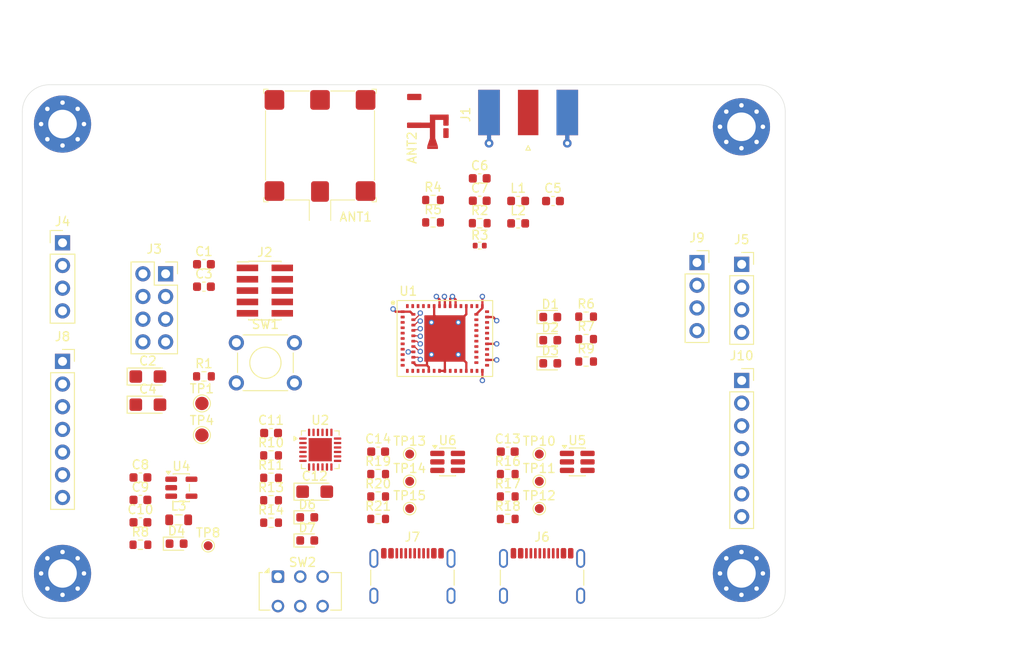
<source format=kicad_pcb>
(kicad_pcb (version 20241229) (generator "pcbnew") (generator_version "9.0")
  (layers (0 "F.Cu" signal) (4 "In1.Cu" power "In1.Cu (GND)") (6 "In2.Cu" power "In2.Cu (PWR)") (2 "B.Cu" signal) (13 "F.Paste" user) (15 "B.Paste" user) (5 "F.SilkS" user "F.Silkscreen") (7 "B.SilkS" user "B.Silkscreen") (1 "F.Mask" user) (3 "B.Mask" user) (25 "Edge.Cuts" user))
  (net 0 "")
  (net 2 "/CPU/ANT1")
  (net 3 "+3V3")
  (net 5 "SOC_VBUS")
  (net 6 "Net-(U1-ANT1)")
  (net 7 "/CPU/SWCLK")
  (net 8 "/CPU/SWDIO")
  (net 13 "Net-(D6-K)")
  (net 14 "Net-(J3-Pin_5)")
  (net 15 "Net-(J3-Pin_6)")
  (net 16 "Net-(J3-Pin_1)")
  (net 17 "Net-(J3-Pin_3)")
  (net 18 "Net-(J3-Pin_4)")
  (net 19 "Net-(J3-Pin_8)")
  (net 20 "+5V")
  (net 22 "Net-(J3-Pin_2)")
  (net 24 "Net-(J3-Pin_7)")
  (net 25 "/CPU/UART_RX")
  (net 26 "/CPU/SPIM_CS")
  (net 27 "/CPU/SPIM_MISO")
  (net 28 "/CPU/SPIM_CLK")
  (net 29 "Net-(J6-SHIELD)")
  (net 30 "/CPU/SPIS_MOSI")
  (net 31 "/CPU/I2C2_SCL")
  (net 34 "/CPU/I2C1_SDA")
  (net 35 "Net-(J7-SHIELD)")
  (net 37 "/CPU/SPIS_CLK")
  (net 38 "Net-(D1-K)")
  (net 39 "Net-(D2-K)")
  (net 40 "/CPU/I2C1_SCL")
  (net 42 "/CPU/SPIM_MOSI")
  (net 43 "/CPU/SPIS_MISO")
  (net 44 "/CPU/I2C2_SDA")
  (net 45 "Net-(D3-K)")
  (net 46 "/CPU/SPIS_CS")
  (net 47 "/CPU/UART_TX")
  (net 59 "Net-(D4-K)")
  (net 65 "Net-(ANT1-Pad1)")
  (net 67 "GND")
  (net 68 "Net-(ANT2-Pad1)")
  (net 69 "Net-(ANT2-FTE)")
  (net 70 "Net-(J1-In)")
  (net 71 "Net-(J6-CC1)")
  (net 72 "Net-(J6-CC2)")
  (net 73 "Net-(J6-D+-PadA6)")
  (net 74 "Net-(J6-D--PadA7)")
  (net 75 "Net-(J7-D+-PadA6)")
  (net 76 "Net-(J7-CC2)")
  (net 77 "Net-(J7-D--PadA7)")
  (net 78 "Net-(J7-CC1)")
  (net 79 "/CPU/SPIS_RESET")
  (net 80 "/CPU/SPIM_RESET")
  (net 81 "Net-(U4-Lx)")
  (net 82 "/CPU/LED3")
  (net 83 "/CPU/LED1")
  (net 84 "/CPU/LED2")
  (net 85 "/USB2UART_D-")
  (net 86 "/USB2UART_D+")
  (net 87 "/SOC_D-")
  (net 88 "/SOC_D+")
  (net 89 "Net-(D7-K)")
  (net 90 "/nRST")
  (net 91 "/USB-C_Connector_1/VBUS")
  (net 92 "/USB-C_Connector_2/VBUS")
  (net 93 "Net-(U2-VBUS)")
  (net 94 "Net-(U2-RXT{slash}GPIO.1)")
  (net 95 "Net-(U2-TXT{slash}GPIO.0)")
  (footprint "Resistor_SMD:R_0603_1608Metric" (layer "F.Cu") (at 145.745 100)
    (property "Reference" "R11")
    (property "Value" "47k")
  )
  (footprint "Connector_PinSocket_2.54mm:PinSocket_1x04_P2.54mm_Vertical" (layer "F.Cu") (at 193.425 75.9)
    (property "Reference" "J9")
    (property "Value" "Conn_I2C1")
  )
  (footprint "TestPoint:TestPoint_Pad_D1.5mm" (layer "F.Cu") (at 138 91.67)
    (property "Reference" "TP1")
    (property "Value" "TestPoint_Small")
  )
  (footprint "MountingHole:MountingHole_3.2mm_M3_Pad_Via" (layer "F.Cu") (at 198.4 110.7)
    (property "Reference" "H4" (hide yes))
    (property "Value" "MountingHole_Pad")
  )
  (footprint "Capacitor_SMD:C_0603_1608Metric" (layer "F.Cu") (at 131.12 102.47)
    (property "Reference" "C9")
    (property "Value" "10u")
  )
  (footprint "LED_SMD:LED_0603_1608Metric" (layer "F.Cu") (at 149.795 107.01)
    (property "Reference" "D7")
    (property "Value" "R")
  )
  (footprint "Connector_PinHeader_1.27mm:PinHeader_2x05_P1.27mm_Vertical_SMD" (layer "F.Cu") (at 145.05 79.04)
    (property "Reference" "J2")
    (property "Value" "Conn_SWD")
  )
  (footprint "LED_SMD:LED_0603_1608Metric" (layer "F.Cu") (at 177 84.59)
    (property "Reference" "D2")
    (property "Value" "R")
  )
  (footprint "TestPoint:TestPoint_Pad_D1.0mm" (layer "F.Cu") (at 161.26 100.39)
    (property "Reference" "TP14")
    (property "Value" "TestPoint_Small")
  )
  (footprint "Package_TO_SOT_SMD:SC-74-6_1.55x2.9mm_P0.95mm" (layer "F.Cu") (at 165.51 98.215)
    (property "Reference" "U6")
    (property "Value" "IP4234CZ6")
  )
  (footprint "MountingHole:MountingHole_3.2mm_M3_Pad_Via" (layer "F.Cu") (at 198.4 60.7)
    (property "Reference" "H3" (hide yes))
    (property "Value" "MountingHole_Pad")
  )
  (footprint "Button_Switch_THT:SW_CK_JS202011CQN_DPDT_Straight" (layer "F.Cu") (at 146.515 111.0575)
    (property "Reference" "SW2")
    (property "Value" "SW_Slide_DPDT")
  )
  (footprint "Resistor_SMD:R_0603_1608Metric" (layer "F.Cu") (at 181.01 86.98)
    (property "Reference" "R9")
    (property "Value" "3k3")
  )
  (footprint "TestPoint:TestPoint_Pad_D1.0mm" (layer "F.Cu") (at 175.77 97.34)
    (property "Reference" "TP10")
    (property "Value" "TestPoint_Small")
  )
  (footprint "Resistor_SMD:R_0603_1608Metric" (layer "F.Cu") (at 145.745 102.51)
    (property "Reference" "R13")
    (property "Value" "2k1")
  )
  (footprint "Inductor_SMD:L_0603_1608Metric" (layer "F.Cu") (at 173.402877 69.003575)
    (property "Reference" "L1")
    (property "Value" "L")
  )
  (footprint "Resistor_SMD:R_0603_1608Metric" (layer "F.Cu") (at 172.24 99.58)
    (property "Reference" "R16")
    (property "Value" "10k")
  )
  (footprint "Capacitor_SMD:C_0603_1608Metric" (layer "F.Cu") (at 177.302877 69.013575)
    (property "Reference" "C5")
    (property "Value" "0R")
  )
  (footprint "LED_SMD:LED_0603_1608Metric" (layer "F.Cu") (at 177 87.18)
    (property "Reference" "D3")
    (property "Value" "G")
  )
  (footprint "MountingHole:MountingHole_3.2mm_M3_Pad_Via" (layer "F.Cu") (at 122.4 110.7)
    (property "Reference" "H2" (hide yes))
    (property "Value" "MountingHole_Pad")
  )
  (footprint "Capacitor_SMD:C_0603_1608Metric" (layer "F.Cu") (at 172.24 97.07)
    (property "Reference" "C13")
    (property "Value" "100n")
  )
  (footprint "TestPoint:TestPoint_Pad_D1.0mm" (layer "F.Cu") (at 161.26 97.34)
    (property "Reference" "TP13")
    (property "Value" "TestPoint_Small")
  )
  (footprint "Package_DFN_QFN:QFN-24-1EP_4x4mm_P0.5mm_EP2.6x2.6mm" (layer "F.Cu") (at 151.25 96.85)
    (property "Reference" "U2")
    (property "Value" "CP2104")
  )
  (footprint "LED_SMD:LED_0603_1608Metric" (layer "F.Cu") (at 177 82)
    (property "Reference" "D1")
    (property "Value" "R")
  )
  (footprint "Capacitor_SMD:C_0603_1608Metric" (layer "F.Cu") (at 138.23 76.09)
    (property "Reference" "C1")
    (property "Value" "100n")
  )
  (footprint "TestPoint:TestPoint_Pad_D1.0mm" (layer "F.Cu") (at 161.26 103.44)
    (property "Reference" "TP15")
    (property "Value" "TestPoint_Small")
  )
  (footprint "Capacitor_SMD:C_0603_1608Metric" (layer "F.Cu") (at 169.102877 68.983575)
    (property "Reference" "C7")
    (property "Value" "C")
  )
  (footprint "Capacitor_SMD:C_0603_1608Metric" (layer "F.Cu") (at 131.12 99.96)
    (property "Reference" "C8")
    (property "Value" "100n")
  )
  (footprint "TestPoint:TestPoint_Pad_D1.5mm" (layer "F.Cu") (at 138 95.22)
    (property "Reference" "TP4")
    (property "Value" "TestPoint_Small")
  )
  (footprint "Connector_USB:USB_C_Receptacle_GCT_USB4105-xx-A_16P_TopMnt_Horizontal" (layer "F.Cu") (at 161.57 112.125)
    (property "Reference" "J7")
    (property "Value" "USB_C_Receptacle_USB2.0_14P")
  )
  (footprint "Resistor_SMD:R_0603_1608Metric" (layer "F.Cu") (at 163.877877 68.893575)
    (property "Reference" "R4")
    (property "Value" "0R")
  )
  (footprint "Capacitor_Tantalum_SMD:CP_EIA-3216-18_Kemet-A" (layer "F.Cu") (at 150.63 101.55)
    (property "Reference" "C12")
    (property "Value" "1u")
  )
  (footprint "Capacitor_SMD:C_0603_1608Metric" (layer "F.Cu") (at 157.73 97.07)
    (property "Reference" "C14")
    (property "Value" "100n")
  )
  (footprint "Connector_PinSocket_2.54mm:PinSocket_2x04_P2.54mm_Vertical" (layer "F.Cu") (at 133.94 77.16)
    (property "Reference" "J3")
    (property "Value" "Conn_GPIO")
  )
  (footprint "Resistor_SMD:R_0603_1608Metric" (layer "F.Cu") (at 163.877877 71.403575)
    (property "Reference" "R5")
    (property "Value" "0R")
  )
  (footprint "Connector_Coaxial:SMA_Molex_73251-1153_EdgeMount_Horizontal" (layer "F.Cu") (at 174.522877 60.823575 -90)
    (property "Reference" "J1")
    (property "Value" "Conn_Coaxial")
  )
  (footprint "Resistor_SMD:R_0603_1608Metric" (layer "F.Cu") (at 169.102877 71.493575)
    (property "Reference" "R2")
    (property "Value" "0R")
  )
  (footprint "Resistor_SMD:R_0603_1608Metric" (layer "F.Cu") (at 157.73 104.6)
    (property "Reference" "R21")
    (property "Value" "5k1")
  )
  (footprint "Resistor_SMD:R_0603_1608Metric" (layer "F.Cu") (at 145.745 105.02)
    (property "Reference" "R14")
    (property "Value" "3k3")
  )
  (footprint "Connector_PinHeader_2.54mm:PinHeader_1x04_P2.54mm_Vertical" (layer "F.Cu") (at 122.4 73.69)
    (property "Reference" "J4")
    (property "Value" "Conn_01x04")
  )
  (footprint "Resistor_SMD:R_0603_1608Metric" (layer "F.Cu") (at 181.01 81.96)
    (property "Reference" "R6")
    (property "Value" "2k1")
  )
  (footprint "Inductor_SMD:L_0603_1608Metric" (layer "F.Cu") (at 173.402877 71.513575)
    (property "Reference" "L2")
    (property "Value" "L")
  )
  (footprint "Inductor_SMD:L_0805_2012Metric" (layer "F.Cu") (at 135.4 104.7)
    (property "Reference" "L3")
    (property "Value" "2.2u")
  )
  (footprint "LED_SMD:LED_0603_1608Metric" (layer "F.Cu") (at 149.795 104.42)
    (property "Reference" "D6")
    (property "Value" "G")
  )
  (footprint "UWB_Antennas:Taoglas_UWC.20" (layer "F.Cu") (at 151.222877 62.796075)
    (property "Reference" "ANT1")
    (property "Value" "Taoglas_UWC.20")
  )
  (footprint "TestPoint:TestPoint_Pad_D1.0mm" (layer "F.Cu") (at 175.77 103.44)
    (property "Reference" "TP12")
    (property "Value" "TestPoint_Small")
  )
  (footprint "Capacitor_Tantalum_SMD:CP_EIA-3216-18_Kemet-A" (layer "F.Cu") (at 131.955 88.66)
    (property "Reference" "C2")
    (property "Value" "10u")
  )
  (footprint "LED_SMD:LED_0603_1608Metric" (layer "F.Cu") (at 135.17 107.37)
    (property "Reference" "D4")
    (property "Value" "R")
  )
  (footprint "Resistor_SMD:R_0603_1608Metric" (layer "F.Cu") (at 131.12 107.49)
    (property "Reference" "R8")
    (property "Value" "3k3")
  )
  (footprint "Resistor_SMD:R_0603_1608Metric" (layer "F.Cu") (at 157.73 99.58)
    (property "Reference" "R19")
    (property "Value" "10k")
  )
  (footprint "Resistor_SMD:R_0603_1608Metric" (layer "F.Cu") (at 138.23 88.64)
    (property "Reference" "R1")
    (property "Value" "100k")
  )
  (footprint "Package_TO_SOT_SMD:SOT-23-5" (layer "F.Cu") (at 135.7 101.105)
    (property "Reference" "U4")
    (property "Value" "XC9285B33CMR-G")
  )
  (footprint "Capacitor_SMD:C_0603_1608Metric" (layer "F.Cu") (at 138.23 78.6)
    (property "Reference" "C3")
    (property "Value" "100n")
  )
  (footprint "Connector_PinSocket_2.54mm:PinSocket_1x07_P2.54mm_Vertical" (layer "F.Cu") (at 122.4 86.96)
    (property "Reference" "J8")
    (property "Value" "Conn_SPIS")
  )
  (footprint "Resistor_SMD:R_0402_1005Metric" (layer "F.Cu") (at 169.102877 74.003575)
    (property "Reference" "R3")
    (property "Value" "0R")
  )
  (footprint "Button_Switch_THT:SW_TH_Tactile_Omron_B3F-106x" (layer "F.Cu") (at 141.86 84.87)
    (property "Reference" "SW1")
    (property "Value" "SW_Push")
  )
  (footprint "Connector_PinSocket_2.54mm:PinSocket_1x04_P2.54mm_Vertical" (layer "F.Cu") (at 198.425 76.1)
    (property "Reference" "J5")
    (property "Value" "Conn_I2C2")
  )
  (footprint "Resistor_SMD:R_0603_1608Metric" (layer "F.Cu") (at 145.745 97.49)
    (property "Reference" "R10")
    (property "Value" "24k")
  )
  (footprint "Capacitor_Tantalum_SMD:CP_EIA-3216-18_Kemet-A" (layer "F.Cu") (at 131.955 91.81)
    (property "Reference" "C4")
    (property "Value" "10u")
  )
  (footprint "Capacitor_SMD:C_0603_1608Metric" (layer "F.Cu") (at 169.102877 66.473575)
    (property "Reference" "C6")
    (property "Value" "C")
  )
  (footprint "Resistor_SMD:R_0603_1608Metric" (layer "F.Cu") (at 157.73 102.09)
    (property "Reference" "R20")
    (property "Value" "5k1")
  )
  (footprint "Resistor_SMD:R_0603_1608Metric" (layer "F.Cu") (at 181.01 84.47)
    (property "Reference" "R7")
    (property "Value" "3k3")
  )
  (footprint "Package_TO_SOT_SMD:SC-74-6_1.55x2.9mm_P0.95mm" (layer "F.Cu") (at 180.02 98.215)
    (property "Reference" "U5")
    (property "Value" "IP4234CZ6")
  )
  (footprint "Capacitor_SMD:C_0603_1608Metric" (layer "F.Cu") (at 145.745 94.98)
    (property "Reference" "C11")
    (property "Value" "100n")
  )
  (footprint "TestPoint:TestPoint_Pad_D1.0mm" (layer "F.Cu") (at 175.77 100.39)
    (property "Reference" "TP11")
    (property "Value" "TestPoint_Small")
  )
  (footprint "Resistor_SMD:R_0603_1608Metric" (layer "F.Cu") (at 172.24 104.6)
    (property "Reference" "R18")
    (property "Value" "5k1")
  )
  (footprint "LBUA5QJ2AB:LBUA5QJ2AB" (layer "F.Cu") (at 165.2 84.4)
    (property "Reference" "U1")
    (property "Value" "LBUA5QJ2AB")
  )
  (footprint "MountingHole:MountingHole_3.2mm_M3_Pad_Via" (layer "F.Cu") (at 122.4 60.397056)
    (property "Reference" "H1" (hide yes))
    (property "Value" "MountingHole_Pad")
  )
  (footprint "Connector_USB:USB_C_Receptacle_GCT_USB4105-xx-A_16P_TopMnt_Horizontal" (layer "F.Cu") (at 176.08 112.125)
    (property "Reference" "J6")
    (property "Value" "USB_C_Receptacle_USB2.0_14P")
  )
  (footprint "Resistor_SMD:R_0603_1608Metric" (layer "F.Cu") (at 172.24 102.09)
    (property "Reference" "R17")
    (property "Value" "5k1")
  )
  (footprint "Capacitor_SMD:C_0603_1608Metric" (layer "F.Cu") (at 131.12 104.98)
    (property "Reference" "C10")
    (property "Value" "10u")
  )
  (footprint "Connector_PinSocket_2.54mm:PinSocket_1x07_P2.54mm_Vertical" (layer "F.Cu") (at 198.425 89.1)
    (property "Reference" "J10")
    (property "Value" "Conn_SPIM")
  )
  (footprint "UWB_Antennas:Taoglas_UWA.01" (layer "F.Cu") (at 163.462877 59.663575 90)
    (property "Reference" "ANT2")
    (property "Value" "Taoglas_UWA.01")
  )
  (footprint "TestPoint:TestPoint_Pad_D1.0mm" (layer "F.Cu") (at 138.7 107.6)
    (property "Reference" "TP8")
    (property "Value" "TestPoint_Small")
  )
  (gr_line (start 200.3 115.7) (end 120.9 115.7) (stroke (width 0.05)) (layer "Edge.Cuts"))
  (gr_line (start 117.9 112.7) (end 117.9 59) (stroke (width 0.05)) (layer "Edge.Cuts"))
  (gr_line (start 120.9 56) (end 200.3 56) (stroke (width 0.05)) (layer "Edge.Cuts"))
  (gr_arc (start 120.9 115.7) (mid 118.77868 114.82132) (end 117.9 112.7) (stroke (width 0.05)) (layer "Edge.Cuts"))
  (gr_arc (start 203.3 112.7) (mid 202.42132 114.82132) (end 200.3 115.7) (stroke (width 0.05)) (layer "Edge.Cuts"))
  (gr_line (start 203.3 59) (end 203.3 112.7) (stroke (width 0.05)) (layer "Edge.Cuts"))
  (gr_arc (start 117.9 59) (mid 118.77868 56.87868) (end 120.9 56) (stroke (width 0.05)) (layer "Edge.Cuts"))
  (gr_arc (start 200.3 56) (mid 202.42132 56.87868) (end 203.3 59) (stroke (width 0.05)) (layer "Edge.Cuts"))
  (segment (start 166.4 80.05) (end 166.05 79.7) (width 0.254) (layer "F.Cu") (net 3))
  (segment (start 164.6 80.05) (end 164.25 79.7) (width 0.254) (layer "F.Cu") (net 3))
  (segment (start 165.8 79.95) (end 166.05 79.7) (width 0.254) (layer "F.Cu") (net 3))
  (segment (start 164.6 80.775) (end 164.6 80.05) (width 0.254) (layer "F.Cu") (net 3))
  (segment (start 166.4 80.775) (end 166.4 80.05) (width 0.254) (layer "F.Cu") (net 3))
  (segment (start 165.8 80.775) (end 165.8 79.95) (width 0.254) (layer "F.Cu") (net 3))
  (via (at 164.25 79.7) (size 0.6) (drill 0.35) (layers "F.Cu" "B.Cu") (net 3))
  (via (at 166.05 79.7) (size 0.6) (drill 0.35) (layers "F.Cu" "B.Cu") (net 3))
  (segment (start 165.2 80.775) (end 165.2 79.75) (width 0.254) (layer "F.Cu") (net 5))
  (segment (start 165.2 79.75) (end 165.15 79.7) (width 0.254) (layer "F.Cu") (net 5))
  (via (at 165.15 79.7) (size 0.6) (drill 0.35) (layers "F.Cu" "B.Cu") (net 5))
  (segment (start 162.35 85) (end 162.05 84.7) (width 0.12) (layer "F.Cu") (net 14))
  (segment (start 162.05 84.7) (end 161.675 84.7) (width 0.12) (layer "F.Cu") (net 14))
  (segment (start 162.45 85) (end 162.35 85) (width 0.12) (layer "F.Cu") (net 14))
  (via (at 162.45 85) (size 0.6) (drill 0.35) (layers "F.Cu" "B.Cu") (net 14))
  (segment (start 162.35 85.85) (end 161.8 85.3) (width 0.12) (layer "F.Cu") (net 15))
  (segment (start 162.45 85.85) (end 162.35 85.85) (width 0.12) (layer "F.Cu") (net 15))
  (segment (start 161.8 85.3) (end 161.675 85.3) (width 0.12) (layer "F.Cu") (net 15))
  (via (at 162.45 85.85) (size 0.6) (drill 0.35) (layers "F.Cu" "B.Cu") (net 15))
  (segment (start 162.4 81.7) (end 161.8 82.3) (width 0.12) (layer "F.Cu") (net 16))
  (segment (start 162.4 81.6) (end 162.4 81.7) (width 0.12) (layer "F.Cu") (net 16))
  (segment (start 161.8 82.3) (end 161.675 82.3) (width 0.12) (layer "F.Cu") (net 16))
  (segment (start 162.45 81.55) (end 162.4 81.6) (width 0.12) (layer "F.Cu") (net 16))
  (via (at 162.45 81.55) (size 0.6) (drill 0.35) (layers "F.Cu" "B.Cu") (net 16))
  (segment (start 162.338656 83.411344) (end 161.763656 83.411344) (width 0.12) (layer "F.Cu") (net 17))
  (segment (start 162.45 83.3) (end 162.338656 83.411344) (width 0.12) (layer "F.Cu") (net 17))
  (segment (start 161.763656 83.411344) (end 161.675 83.5) (width 0.12) (layer "F.Cu") (net 17))
  (via (at 162.45 83.3) (size 0.6) (drill 0.35) (layers "F.Cu" "B.Cu") (net 17))
  (segment (start 162.440003 84.15) (end 162.390003 84.1) (width 0.12) (layer "F.Cu") (net 18))
  (segment (start 162.45 84.15) (end 162.440003 84.15) (width 0.12) (layer "F.Cu") (net 18))
  (segment (start 162.390003 84.1) (end 161.675 84.1) (width 0.12) (layer "F.Cu") (net 18))
  (via (at 162.45 84.15) (size 0.6) (drill 0.35) (layers "F.Cu" "B.Cu") (net 18))
  (segment (start 162.2 86.5) (end 161.675 86.5) (width 0.12) (layer "F.Cu") (net 19))
  (segment (start 162.45 86.75) (end 162.2 86.5) (width 0.12) (layer "F.Cu") (net 19))
  (via (at 162.45 86.75) (size 0.6) (drill 0.35) (layers "F.Cu" "B.Cu") (net 19))
  (segment (start 162.253246 82.45) (end 161.803246 82.9) (width 0.12) (layer "F.Cu") (net 22))
  (segment (start 162.45 82.45) (end 162.253246 82.45) (width 0.12) (layer "F.Cu") (net 22))
  (segment (start 161.803246 82.9) (end 161.675 82.9) (width 0.12) (layer "F.Cu") (net 22))
  (via (at 162.45 82.45) (size 0.6) (drill 0.35) (layers "F.Cu" "B.Cu") (net 22))
  (segment (start 161.675 85.9) (end 161.1 85.9) (width 0.12) (layer "F.Cu") (net 24))
  (via (at 161.1 85.9) (size 0.6) (drill 0.35) (layers "F.Cu" "B.Cu") (net 24))
  (segment (start 165.2 88.025) (end 165.2 86.8) (width 0.254) (layer "F.Cu") (net 67))
  (segment (start 168.725 81.7) (end 168.725 81.673656) (width 0.254) (layer "F.Cu") (net 67))
  (segment (start 171 82.4) (end 170.6 82) (width 0.254) (layer "F.Cu") (net 67))
  (segment (start 164.6 88.025) (end 165.2 88.025) (width 0.254) (layer "F.Cu") (net 67))
  (segment (start 167.295103 86.8) (end 167.2 86.8) (width 0.254) (layer "F.Cu") (net 67))
  (segment (start 167.6 81.685262) (end 167.285262 82) (width 0.254) (layer "F.Cu") (net 67))
  (segment (start 169.4 88.025) (end 169.4 89.1) (width 0.254) (layer "F.Cu") (net 67))
  (segment (start 161.675 87.1) (end 161.974995 87.399995) (width 0.254) (layer "F.Cu") (net 67))
  (segment (start 163.198781 87.399995) (end 163.2 87.398776) (width 0.254) (layer "F.Cu") (net 67))
  (segment (start 169.4 80.998656) (end 169.4 80.775) (width 0.254) (layer "F.Cu") (net 67))
  (segment (start 167.25854 86.8) (end 167.2 86.8) (width 0.254) (layer "F.Cu") (net 67))
  (segment (start 164 80.775) (end 164 81.8) (width 0.254) (layer "F.Cu") (net 67))
  (segment (start 159.7 81.4) (end 159.4 81.1) (width 0.254) (layer "F.Cu") (net 67))
  (segment (start 167.285262 82) (end 167.2 82) (width 0.254) (layer "F.Cu") (net 67))
  (segment (start 160.475 81.4) (end 159.7 81.4) (width 0.254) (layer "F.Cu") (net 67))
  (segment (start 163.4 87.601214) (end 163.198781 87.399995) (width 0.254) (layer "F.Cu") (net 67))
  (segment (start 163.4 88.025) (end 163.4 87.601214) (width 0.254) (layer "F.Cu") (net 67))
  (segment (start 167.6 80.775) (end 167.6 81.685262) (width 0.254) (layer "F.Cu") (net 67))
  (segment (start 169.4 80.775) (end 169.4 79.7) (width 0.254) (layer "F.Cu") (net 67))
  (segment (start 167.6 87.104897) (end 167.295103 86.8) (width 0.254) (layer "F.Cu") (net 67))
  (segment (start 170.6 82) (end 169.925 82) (width 0.254) (layer "F.Cu") (net 67))
  (segment (start 169.925 85) (end 171 85) (width 0.254) (layer "F.Cu") (net 67))
  (segment (start 161.675 81.7) (end 161.621941 81.7) (width 0.254) (layer "F.Cu") (net 67))
  (segment (start 164 81.8) (end 164.2 82) (width 0.254) (layer "F.Cu") (net 67))
  (segment (start 167.6 88.025) (end 167.6 87.104897) (width 0.254) (layer "F.Cu") (net 67))
  (segment (start 161.321941 81.4) (end 160.475 81.4) (width 0.254) (layer "F.Cu") (net 67))
  (segment (start 161.621941 81.7) (end 161.321941 81.4) (width 0.254) (layer "F.Cu") (net 67))
  (segment (start 161.974995 87.399995) (end 163.198781 87.399995) (width 0.254) (layer "F.Cu") (net 67))
  (segment (start 163.2 87.398776) (end 163.2 86.8) (width 0.254) (layer "F.Cu") (net 67))
  (segment (start 169.925 86.8) (end 171 86.8) (width 0.254) (layer "F.Cu") (net 67))
  (segment (start 168.725 81.673656) (end 169.4 80.998656) (width 0.254) (layer "F.Cu") (net 67))
  (via (at 169.4 89.1) (size 0.6) (drill 0.35) (layers "F.Cu" "B.Cu") (net 67))
  (via (at 166.7 82.6) (size 0.6) (drill 0.35) (layers "F.Cu" "B.Cu") (net 67))
  (via (at 163.7 82.6) (size 0.6) (drill 0.35) (layers "F.Cu" "B.Cu") (net 67))
  (via (at 171 85) (size 0.6) (drill 0.35) (layers "F.Cu" "B.Cu") (net 67))
  (via (at 166.7 86.2) (size 0.6) (drill 0.35) (layers "F.Cu" "B.Cu") (net 67))
  (via (at 159.4 81.1) (size 0.6) (drill 0.35) (layers "F.Cu" "B.Cu") (net 67))
  (via (at 171 82.4) (size 0.6) (drill 0.35) (layers "F.Cu" "B.Cu") (net 67))
  (via (at 169.4 79.7) (size 0.6) (drill 0.35) (layers "F.Cu" "B.Cu") (net 67))
  (via (at 171 86.8) (size 0.6) (drill 0.35) (layers "F.Cu" "B.Cu") (net 67))
  (via (at 163.7 86.2) (size 0.6) (drill 0.35) (layers "F.Cu" "B.Cu") (net 67))
  (zone (net 67) (net_name "GND") (layer "F.Cu") (name "GND_BGA") (priority 1) (connect_pads yes (clearance 0.15)) (min_thickness 0.12) (fill yes (thermal_gap 0.5) (thermal_bridge_width 0.5))
    (polygon (pts (xy 167.5 81.8) (xy 167.5 87) (xy 162.9 87) (xy 162.9 81.8)))
  )
)
</source>
